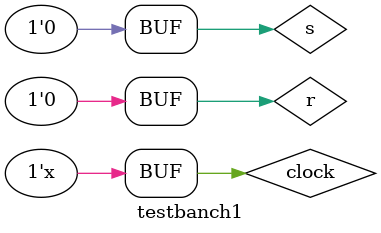
<source format=v>
`timescale 1ns/100ps
module testbanch1();

reg clock;
reg r;
reg s;
wire q;

labfour1 u1(
.Clk(clock),
.R(r),
.S(s),
.Q(q)
);

always #2 clock=~clock;

initial begin
	#0 clock=1'b0;
	#0 r=1'b1;
	#0 s=1'b1;
	#3 r=1'b0;
	#3 s=1'b0;	
end
endmodule
</source>
